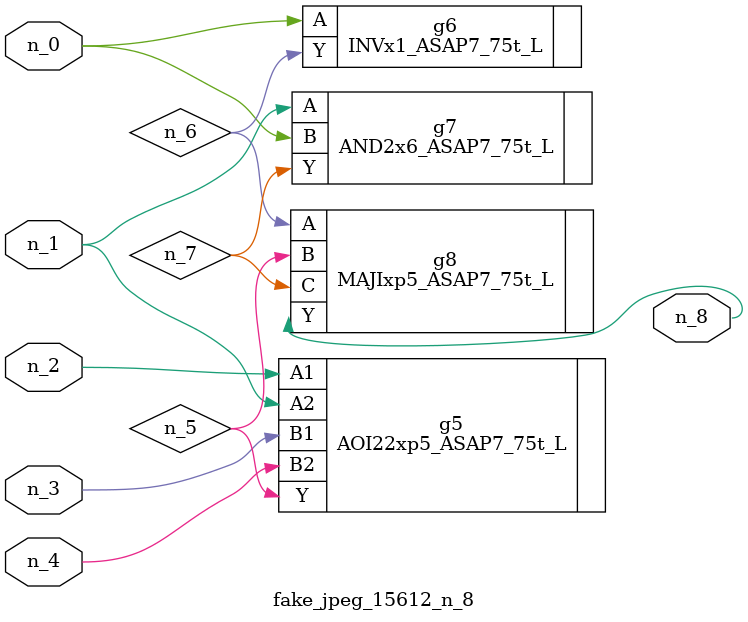
<source format=v>
module fake_jpeg_15612_n_8 (n_3, n_2, n_1, n_0, n_4, n_8);

input n_3;
input n_2;
input n_1;
input n_0;
input n_4;

output n_8;

wire n_6;
wire n_5;
wire n_7;

AOI22xp5_ASAP7_75t_L g5 ( 
.A1(n_2),
.A2(n_1),
.B1(n_3),
.B2(n_4),
.Y(n_5)
);

INVx1_ASAP7_75t_L g6 ( 
.A(n_0),
.Y(n_6)
);

AND2x6_ASAP7_75t_L g7 ( 
.A(n_1),
.B(n_0),
.Y(n_7)
);

MAJIxp5_ASAP7_75t_L g8 ( 
.A(n_6),
.B(n_5),
.C(n_7),
.Y(n_8)
);


endmodule
</source>
